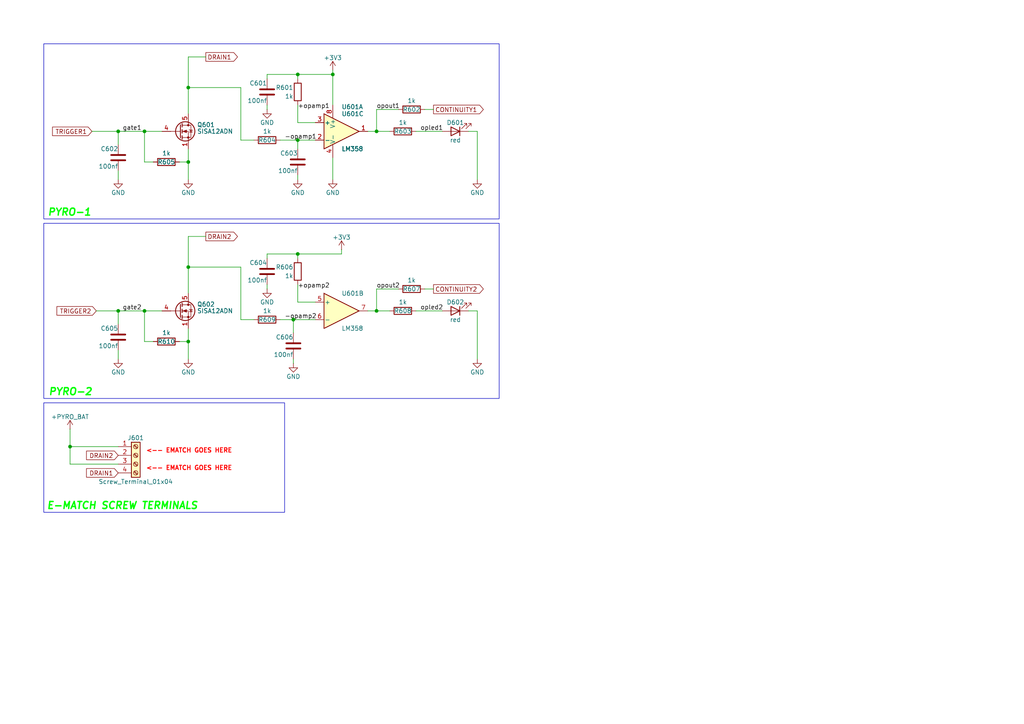
<source format=kicad_sch>
(kicad_sch (version 20250114) (generator "eeschema") (generator_version "9.0")
  (paper "A4")
  (title_block (title "VECTRON-V1") (date "2025-06-13") (rev "1.0.0") (company "Drawn by :- Arudhran"))
  (lib_symbols
    (symbol "Amplifier_Operational:LM358" (pin_names (offset 0.127))
      (property "Reference" "U" (at 0 5.08 0))
      (property "Value" "LM358" (at 0 -5.08 0))
      (symbol "LM358_1_1"
        (polyline (pts (xy -5.08 5.08) (xy 5.08 0) (xy -5.08 -5.08) (xy -5.08 5.08)) (stroke (width 0.254)) (fill (type background)))
        (pin input line (at -7.62 2.54 0) (length 2.54) (name "+") (number "3"))
        (pin input line (at -7.62 -2.54 0) (length 2.54) (name "-") (number "2"))
        (pin output line (at 7.62 0 180) (length 2.54) (name "~") (number "1"))
      )
      (symbol "LM358_2_1"
        (polyline (pts (xy -5.08 5.08) (xy 5.08 0) (xy -5.08 -5.08) (xy -5.08 5.08)) (stroke (width 0.254)) (fill (type background)))
        (pin input line (at -7.62 2.54 0) (length 2.54) (name "+") (number "5"))
        (pin input line (at -7.62 -2.54 0) (length 2.54) (name "-") (number "6"))
        (pin output line (at 7.62 0 180) (length 2.54) (name "~") (number "7"))
      )
      (symbol "LM358_3_1"
        (pin power_in line (at -2.54 7.62 270) (length 3.81) (name "V+") (number "8"))
        (pin power_in line (at -2.54 -7.62 90) (length 3.81) (name "V-") (number "4"))
      )
    )
    (symbol "Connector:Screw_Terminal_01x04" (pin_names (offset 1.016) (hide yes))
      (property "Reference" "J" (at 0 5.08 0))
      (property "Value" "Screw_Terminal_01x04" (at 0 -7.62 0))
      (symbol "Screw_Terminal_01x04_1_1"
        (rectangle (start -1.27 3.81) (end 1.27 -6.35) (stroke (width 0.254)) (fill (type background)))
        (polyline (pts (xy -0.5334 2.8702) (xy 0.3302 2.032)) (stroke (width 0.1524)))
        (polyline (pts (xy -0.5334 0.3302) (xy 0.3302 -0.508)) (stroke (width 0.1524)))
        (polyline (pts (xy -0.5334 -2.2098) (xy 0.3302 -3.048)) (stroke (width 0.1524)))
        (polyline (pts (xy -0.5334 -4.7498) (xy 0.3302 -5.588)) (stroke (width 0.1524)))
        (polyline (pts (xy -0.3556 3.048) (xy 0.508 2.2098)) (stroke (width 0.1524)))
        (polyline (pts (xy -0.3556 0.508) (xy 0.508 -0.3302)) (stroke (width 0.1524)))
        (polyline (pts (xy -0.3556 -2.032) (xy 0.508 -2.8702)) (stroke (width 0.1524)))
        (polyline (pts (xy -0.3556 -4.572) (xy 0.508 -5.4102)) (stroke (width 0.1524)))
        (circle (center 0 2.54) (radius 0.635) (stroke (width 0.1524)))
        (circle (center 0 0) (radius 0.635) (stroke (width 0.1524)))
        (circle (center 0 -2.54) (radius 0.635) (stroke (width 0.1524)))
        (circle (center 0 -5.08) (radius 0.635) (stroke (width 0.1524)))
        (pin passive line (at -5.08 2.54 0) (length 3.81) (name "Pin_1") (number "1"))
        (pin passive line (at -5.08 0 0) (length 3.81) (name "Pin_2") (number "2"))
        (pin passive line (at -5.08 -2.54 0) (length 3.81) (name "Pin_3") (number "3"))
        (pin passive line (at -5.08 -5.08 0) (length 3.81) (name "Pin_4") (number "4"))
      )
    )
    (symbol "Device:C" (pin_numbers (hide yes)) (pin_names (offset 0.254))
      (property "Reference" "C" (at 0.635 2.54 0))
      (property "Value" "C" (at 0.635 -2.54 0))
      (symbol "C_0_1"
        (polyline (pts (xy -2.032 0.762) (xy 2.032 0.762)) (stroke (width 0.508)))
        (polyline (pts (xy -2.032 -0.762) (xy 2.032 -0.762)) (stroke (width 0.508)))
      )
      (symbol "C_1_1"
        (pin passive line (at 0 3.81 270) (length 2.794) (name "~") (number "1"))
        (pin passive line (at 0 -3.81 90) (length 2.794) (name "~") (number "2"))
      )
    )
    (symbol "Device:LED" (pin_numbers (hide yes)) (pin_names (offset 1.016) (hide yes))
      (property "Reference" "D" (at 0 2.54 0))
      (property "Value" "LED" (at 0 -2.54 0))
      (symbol "LED_0_1"
        (polyline (pts (xy -3.048 -0.762) (xy -4.572 -2.286) (xy -3.81 -2.286) (xy -4.572 -2.286) (xy -4.572 -1.524)))
        (polyline (pts (xy -1.778 -0.762) (xy -3.302 -2.286) (xy -2.54 -2.286) (xy -3.302 -2.286) (xy -3.302 -1.524)))
        (polyline (pts (xy -1.27 0) (xy 1.27 0)))
        (polyline (pts (xy -1.27 -1.27) (xy -1.27 1.27)) (stroke (width 0.254)))
        (polyline (pts (xy 1.27 -1.27) (xy 1.27 1.27) (xy -1.27 0) (xy 1.27 -1.27)) (stroke (width 0.254)))
      )
      (symbol "LED_1_1"
        (pin passive line (at -3.81 0 0) (length 2.54) (name "K") (number "1"))
        (pin passive line (at 3.81 0 180) (length 2.54) (name "A") (number "2"))
      )
    )
    (symbol "Device:R" (pin_numbers (hide yes)) (pin_names (offset 0))
      (property "Reference" "R" (at 2.032 0 90))
      (property "Value" "R" (at 0 0 90))
      (symbol "R_0_1"
        (rectangle (start -1.016 -2.54) (end 1.016 2.54) (stroke (width 0.254)))
      )
      (symbol "R_1_1"
        (pin passive line (at 0 3.81 270) (length 1.27) (name "~") (number "1"))
        (pin passive line (at 0 -3.81 90) (length 1.27) (name "~") (number "2"))
      )
    )
    (symbol "Transistor_FET:SiS454DN" (pin_names (hide yes))
      (property "Reference" "Q" (at 5.08 1.905 0))
      (property "Value" "SiS454DN" (at 5.08 0 0))
      (symbol "SiS454DN_0_1"
        (polyline (pts (xy 0.254 1.905) (xy 0.254 -1.905)) (stroke (width 0.254)))
        (polyline (pts (xy 0.254 0) (xy -2.54 0)))
        (polyline (pts (xy 0.762 2.286) (xy 0.762 1.27)) (stroke (width 0.254)))
        (polyline (pts (xy 0.762 0.508) (xy 0.762 -0.508)) (stroke (width 0.254)))
        (polyline (pts (xy 0.762 -1.27) (xy 0.762 -2.286)) (stroke (width 0.254)))
        (polyline (pts (xy 0.762 -1.778) (xy 3.302 -1.778) (xy 3.302 1.778) (xy 0.762 1.778)))
        (polyline (pts (xy 1.016 0) (xy 2.032 0.381) (xy 2.032 -0.381) (xy 1.016 0)) (fill (type outline)))
        (circle (center 1.651 0) (radius 2.794) (stroke (width 0.254)))
        (polyline (pts (xy 2.54 2.54) (xy 2.54 1.778)))
        (circle (center 2.54 1.778) (radius 0.254) (fill (type outline)))
        (circle (center 2.54 -1.778) (radius 0.254) (fill (type outline)))
        (polyline (pts (xy 2.54 -2.54) (xy 2.54 0) (xy 0.762 0)))
        (polyline (pts (xy 2.794 0.508) (xy 2.921 0.381) (xy 3.683 0.381) (xy 3.81 0.254)))
        (polyline (pts (xy 3.302 0.381) (xy 2.921 -0.254) (xy 3.683 -0.254) (xy 3.302 0.381)))
      )
      (symbol "SiS454DN_1_1"
        (pin input line (at -5.08 0 0) (length 2.54) (name "G") (number "4"))
        (pin passive line (at 2.54 5.08 270) (length 2.54) (name "D") (number "5"))
        (pin passive line (at 2.54 -5.08 90) (length 2.54) (name "S") (number "1"))
        (pin passive line (at 2.54 -5.08 90) (length 2.54) (hide yes) (name "S") (number "2"))
        (pin passive line (at 2.54 -5.08 90) (length 2.54) (hide yes) (name "S") (number "3"))
      )
    )
    (symbol "power:+3V3" (power) (pin_numbers (hide yes)) (pin_names (offset 0) (hide yes))
      (property "Value" "+3V3" (at 0 3.556 0))
      (symbol "+3V3_0_1"
        (polyline (pts (xy -0.762 1.27) (xy 0 2.54)))
        (polyline (pts (xy 0 2.54) (xy 0.762 1.27)))
        (polyline (pts (xy 0 0) (xy 0 2.54)))
      )
      (symbol "+3V3_1_1"
        (pin power_in line (at 0 0 90) (length 0) (name "~") (number "1"))
      )
    )
    (symbol "power:GND" (power) (pin_numbers (hide yes)) (pin_names (offset 0) (hide yes))
      (property "Value" "GND" (at 0 -3.81 0))
      (symbol "GND_0_1"
        (polyline (pts (xy 0 0) (xy 0 -1.27) (xy 1.27 -1.27) (xy 0 -2.54) (xy -1.27 -1.27) (xy 0 -1.27)))
      )
      (symbol "GND_1_1"
        (pin power_in line (at 0 0 270) (length 0) (name "~") (number "1"))
      )
    )
    (symbol "power:VCC" (power) (pin_numbers (hide yes)) (pin_names (offset 0) (hide yes))
      (property "Value" "VCC" (at 0 3.556 0))
      (symbol "VCC_0_1"
        (polyline (pts (xy -0.762 1.27) (xy 0 2.54)))
        (polyline (pts (xy 0 2.54) (xy 0.762 1.27)))
        (polyline (pts (xy 0 0) (xy 0 2.54)))
      )
      (symbol "VCC_1_1"
        (pin power_in line (at 0 0 90) (length 0) (name "~") (number "1"))
      )
    )
  )
  (rectangle (start 12.7 64.77) (end 144.78 115.57))
  (rectangle (start 12.7 12.7) (end 144.78 63.5))
  (rectangle (start 12.7 116.84) (end 82.55 148.59))
  (text "PYRO-1" (at 13.716 61.722 0) (effects (font (size 2.032 2.032) (bold yes) (italic yes)) (justify left)))
  (text "PYRO-2" (at 13.97 113.792 0) (effects (font (size 2.032 2.032) (bold yes) (italic yes)) (justify left)))
  (text "<-- EMATCH GOES HERE\n" (at 54.864 130.81 0) (effects (font (size 1.27 1.27) (thickness 0.254) (bold yes))))
  (text "E-MATCH SCREW TERMINALS" (at 13.462 146.812 0) (effects (font (size 2.032 2.032) (bold yes) (italic yes)) (justify left)))
  (text "<-- EMATCH GOES HERE\n" (at 54.864 135.89 0) (effects (font (size 1.27 1.27) (thickness 0.254) (bold yes))))
  (junction (at 86.36 40.64))
  (junction (at 20.32 129.54))
  (junction (at 54.61 77.47))
  (junction (at 109.22 90.17))
  (junction (at 96.52 21.59))
  (junction (at 86.36 21.59))
  (junction (at 109.22 38.1))
  (junction (at 34.29 38.1))
  (junction (at 34.29 90.17))
  (junction (at 54.61 46.99))
  (junction (at 86.36 73.66))
  (junction (at 41.91 90.17))
  (junction (at 85.09 92.71))
  (junction (at 54.61 99.06))
  (junction (at 54.61 25.4))
  (junction (at 41.91 38.1))
  (wire (pts (xy 34.29 38.1) (xy 41.91 38.1)))
  (wire (pts (xy 135.89 38.1) (xy 138.43 38.1)))
  (wire (pts (xy 34.29 38.1) (xy 34.29 41.91)))
  (wire (pts (xy 91.44 87.63) (xy 86.36 87.63)))
  (wire (pts (xy 20.32 129.54) (xy 20.32 124.46)))
  (wire (pts (xy 138.43 90.17) (xy 138.43 104.14)))
  (wire (pts (xy 26.67 38.1) (xy 34.29 38.1)))
  (wire (pts (xy 109.22 90.17) (xy 113.03 90.17)))
  (wire (pts (xy 34.29 90.17) (xy 41.91 90.17)))
  (wire (pts (xy 109.22 38.1) (xy 113.03 38.1)))
  (wire (pts (xy 81.28 40.64) (xy 86.36 40.64)))
  (wire (pts (xy 86.36 35.56) (xy 91.44 35.56)))
  (wire (pts (xy 54.61 99.06) (xy 54.61 104.14)))
  (wire (pts (xy 85.09 92.71) (xy 85.09 96.52)))
  (wire (pts (xy 106.68 38.1) (xy 109.22 38.1)))
  (wire (pts (xy 123.19 83.82) (xy 125.73 83.82)))
  (wire (pts (xy 34.29 101.6) (xy 34.29 104.14)))
  (wire (pts (xy 96.52 21.59) (xy 96.52 30.48)))
  (wire (pts (xy 44.45 46.99) (xy 41.91 46.99)))
  (wire (pts (xy 69.85 40.64) (xy 69.85 25.4)))
  (wire (pts (xy 120.65 90.17) (xy 128.27 90.17)))
  (wire (pts (xy 52.07 99.06) (xy 54.61 99.06)))
  (wire (pts (xy 41.91 46.99) (xy 41.91 38.1)))
  (wire (pts (xy 96.52 52.07) (xy 96.52 45.72)))
  (wire (pts (xy 69.85 92.71) (xy 69.85 77.47)))
  (wire (pts (xy 54.61 68.58) (xy 59.69 68.58)))
  (wire (pts (xy 52.07 46.99) (xy 54.61 46.99)))
  (wire (pts (xy 41.91 38.1) (xy 46.99 38.1)))
  (wire (pts (xy 109.22 38.1) (xy 109.22 31.75)))
  (wire (pts (xy 77.47 21.59) (xy 77.47 22.86)))
  (wire (pts (xy 69.85 92.71) (xy 73.66 92.71)))
  (wire (pts (xy 86.36 82.55) (xy 86.36 87.63)))
  (wire (pts (xy 77.47 73.66) (xy 86.36 73.66)))
  (wire (pts (xy 20.32 129.54) (xy 20.32 134.62)))
  (wire (pts (xy 54.61 16.51) (xy 54.61 25.4)))
  (wire (pts (xy 86.36 30.48) (xy 86.36 35.56)))
  (wire (pts (xy 41.91 99.06) (xy 41.91 90.17)))
  (wire (pts (xy 41.91 90.17) (xy 46.99 90.17)))
  (wire (pts (xy 77.47 82.55) (xy 77.47 83.82)))
  (wire (pts (xy 138.43 38.1) (xy 138.43 52.07)))
  (wire (pts (xy 54.61 77.47) (xy 54.61 85.09)))
  (wire (pts (xy 86.36 73.66) (xy 99.06 73.66)))
  (wire (pts (xy 54.61 95.25) (xy 54.61 99.06)))
  (wire (pts (xy 54.61 46.99) (xy 54.61 52.07)))
  (wire (pts (xy 123.19 31.75) (xy 125.73 31.75)))
  (wire (pts (xy 109.22 90.17) (xy 109.22 83.82)))
  (wire (pts (xy 77.47 30.48) (xy 77.47 31.75)))
  (wire (pts (xy 86.36 40.64) (xy 86.36 43.18)))
  (wire (pts (xy 20.32 134.62) (xy 34.29 134.62)))
  (wire (pts (xy 44.45 99.06) (xy 41.91 99.06)))
  (wire (pts (xy 86.36 73.66) (xy 86.36 74.93)))
  (wire (pts (xy 54.61 43.18) (xy 54.61 46.99)))
  (wire (pts (xy 86.36 21.59) (xy 86.36 22.86)))
  (wire (pts (xy 85.09 104.14) (xy 85.09 105.41)))
  (wire (pts (xy 86.36 40.64) (xy 91.44 40.64)))
  (wire (pts (xy 34.29 90.17) (xy 34.29 93.98)))
  (wire (pts (xy 86.36 52.07) (xy 86.36 50.8)))
  (wire (pts (xy 20.32 129.54) (xy 34.29 129.54)))
  (wire (pts (xy 106.68 90.17) (xy 109.22 90.17)))
  (wire (pts (xy 96.52 20.32) (xy 96.52 21.59)))
  (wire (pts (xy 54.61 68.58) (xy 54.61 77.47)))
  (wire (pts (xy 69.85 77.47) (xy 54.61 77.47)))
  (wire (pts (xy 69.85 25.4) (xy 54.61 25.4)))
  (wire (pts (xy 54.61 25.4) (xy 54.61 33.02)))
  (wire (pts (xy 77.47 73.66) (xy 77.47 74.93)))
  (wire (pts (xy 120.65 38.1) (xy 128.27 38.1)))
  (wire (pts (xy 77.47 21.59) (xy 86.36 21.59)))
  (wire (pts (xy 109.22 83.82) (xy 115.57 83.82)))
  (wire (pts (xy 85.09 92.71) (xy 91.44 92.71)))
  (wire (pts (xy 109.22 31.75) (xy 115.57 31.75)))
  (wire (pts (xy 34.29 49.53) (xy 34.29 52.07)))
  (wire (pts (xy 135.89 90.17) (xy 138.43 90.17)))
  (wire (pts (xy 69.85 40.64) (xy 73.66 40.64)))
  (wire (pts (xy 99.06 72.39) (xy 99.06 73.66)))
  (wire (pts (xy 54.61 16.51) (xy 59.69 16.51)))
  (wire (pts (xy 86.36 21.59) (xy 96.52 21.59)))
  (wire (pts (xy 27.94 90.17) (xy 34.29 90.17)))
  (wire (pts (xy 81.28 92.71) (xy 85.09 92.71)))
  (label "-opamp1" (at 82.55 40.64 0))
  (label "opout2" (at 109.22 83.82 0))
  (label "opled1" (at 121.92 38.1 0))
  (label "+opamp1" (at 86.36 31.75 0))
  (label "-opamp2" (at 82.55 92.71 0))
  (label "gate2" (at 35.56 90.17 0))
  (label "+opamp2" (at 86.36 83.82 0))
  (label "opled2" (at 121.92 90.17 0))
  (label "gate1" (at 35.56 38.1 0))
  (label "opout1" (at 109.22 31.75 0))
  (global_label "CONTINUITY2" (shape output) (at 125.73 83.82 0) (property "Intersheetrefs" "${INTERSHEET_REFS}" (effects (hide yes))))
  (global_label "DRAIN2" (shape output) (at 59.69 68.58 0) (property "Intersheetrefs" "${INTERSHEET_REFS}" (effects (hide yes))))
  (global_label "TRIGGER2" (shape input) (at 27.94 90.17 180) (property "Intersheetrefs" "${INTERSHEET_REFS}" (effects (hide yes))))
  (global_label "TRIGGER1" (shape input) (at 26.67 38.1 180) (property "Intersheetrefs" "${INTERSHEET_REFS}" (effects (hide yes))))
  (global_label "CONTINUITY1" (shape output) (at 125.73 31.75 0) (property "Intersheetrefs" "${INTERSHEET_REFS}" (effects (hide yes))))
  (global_label "DRAIN1" (shape output) (at 59.69 16.51 0) (property "Intersheetrefs" "${INTERSHEET_REFS}" (effects (hide yes))))
  (global_label "DRAIN2" (shape input) (at 34.29 132.08 180) (property "Intersheetrefs" "${INTERSHEET_REFS}" (effects (hide yes))))
  (global_label "DRAIN1" (shape input) (at 34.29 137.16 180) (property "Intersheetrefs" "${INTERSHEET_REFS}" (effects (hide yes))))
  (symbol (lib_id "Device:R") (at 119.38 83.82 90) (unit 1)
    (property "Reference" "R607" (at 119.38 83.82 90))
    (property "Value" "1k" (at 119.38 81.28 90))
    (property "Footprint" "Resistor_SMD:R_0603_1608Metric" (effects (hide yes)))
    (property "Description" "Resistor" (effects (hide yes)))
  )
  (symbol (lib_id "Device:C") (at 34.29 97.79 0) (unit 1)
    (property "Reference" "C605" (at 34.29 95.25 0) (effects (justify right)))
    (property "Value" "100nf" (at 34.29 100.33 0) (effects (justify right)))
    (property "Footprint" "Capacitor_SMD:C_0603_1608Metric" (effects (hide yes)))
    (property "Description" "Unpolarized capacitor" (effects (hide yes)))
  )
  (symbol (lib_id "Device:R") (at 116.84 38.1 90) (unit 1)
    (property "Reference" "R603" (at 116.84 38.1 90))
    (property "Value" "1k" (at 116.84 35.56 90))
    (property "Footprint" "Resistor_SMD:R_0603_1608Metric" (effects (hide yes)))
    (property "Description" "Resistor" (effects (hide yes)))
  )
  (symbol (lib_id "Transistor_FET:SiS454DN") (at 52.07 38.1 0) (unit 1)
    (property "Reference" "Q601" (at 57.15 36.195 0) (effects (justify left)))
    (property "Value" "SISA12ADN" (at 57.15 38.1 0) (effects (justify left)))
    (property "Footprint" "Package_SO:Vishay_PowerPAK_1212-8_Single" (effects (hide yes)))
    (property "Datasheet" "https://www.vishay.com/docs/66707/sis454dn.pdf" (effects (hide yes)))
    (property "Description" "35A Id, 20V Vds, N-Channel MOSFET, PowerPAK 1212-8 Single" (effects (hide yes)))
  )
  (symbol (lib_id "Device:R") (at 86.36 78.74 0) (unit 1)
    (property "Reference" "R606" (at 85.09 77.47 0) (effects (justify right)))
    (property "Value" "1k" (at 85.09 80.01 0) (effects (justify right)))
    (property "Footprint" "Resistor_SMD:R_0603_1608Metric" (effects (hide yes)))
    (property "Description" "Resistor" (effects (hide yes)))
  )
  (symbol (lib_id "Device:R") (at 48.26 46.99 90) (unit 1)
    (property "Reference" "R605" (at 48.26 46.99 90))
    (property "Value" "1k" (at 48.26 44.45 90))
    (property "Footprint" "Resistor_SMD:R_0603_1608Metric" (effects (hide yes)))
    (property "Description" "Resistor" (effects (hide yes)))
  )
  (symbol (lib_id "Device:LED") (at 132.08 38.1 180) (unit 1)
    (property "Reference" "D601" (at 132.08 35.56 0))
    (property "Value" "red" (at 132.08 40.64 0))
    (property "Footprint" "LED_SMD:LED_0603_1608Metric" (effects (hide yes)))
    (property "Description" "Light emitting diode" (effects (hide yes)))
    (property "Sim.Pins" "1=K 2=A" (effects (hide yes)))
  )
  (symbol (lib_id "power:+3V3") (at 96.52 20.32 0) (unit 1)
    (property "Reference" "#PWR0601" (effects (hide yes)))
    (property "Value" "+3V3" (at 96.52 16.764 0))
    (property "Description" "Power symbol creates a global label with name \"+3V3\"" (effects (hide yes)))
  )
  (symbol (lib_id "power:GND") (at 34.29 104.14 0) (unit 1)
    (property "Reference" "#PWR0610" (effects (hide yes)))
    (property "Value" "GND" (at 34.29 107.95 0))
    (property "Description" "Power symbol creates a global label with name \"GND\" , ground" (effects (hide yes)))
  )
  (symbol (lib_id "power:GND") (at 54.61 52.07 0) (unit 1)
    (property "Reference" "#PWR0604" (effects (hide yes)))
    (property "Value" "GND" (at 54.61 55.88 0))
    (property "Description" "Power symbol creates a global label with name \"GND\" , ground" (effects (hide yes)))
  )
  (symbol (lib_id "Device:R") (at 119.38 31.75 90) (unit 1)
    (property "Reference" "R602" (at 119.38 31.75 90))
    (property "Value" "1k" (at 119.38 29.21 90))
    (property "Footprint" "Resistor_SMD:R_0603_1608Metric" (effects (hide yes)))
    (property "Description" "Resistor" (effects (hide yes)))
  )
  (symbol (lib_id "power:GND") (at 138.43 52.07 0) (unit 1)
    (property "Reference" "#PWR0607" (effects (hide yes)))
    (property "Value" "GND" (at 138.43 55.88 0))
    (property "Description" "Power symbol creates a global label with name \"GND\" , ground" (effects (hide yes)))
  )
  (symbol (lib_id "Amplifier_Operational:LM358") (at 99.06 90.17 0) (unit 2)
    (property "Reference" "U601" (at 99.06 85.09 0) (effects (justify left)))
    (property "Value" "LM358" (at 99.06 95.25 0) (effects (justify left)))
    (property "Footprint" "Package_SO:SOIC-8_3.9x4.9mm_P1.27mm" (effects (hide yes)))
    (property "Datasheet" "http://www.ti.com/lit/ds/symlink/lm2904-n.pdf" (effects (hide yes)))
    (property "Description" "Low-Power, Dual Operational Amplifiers, DIP-8/SOIC-8/TO-99-8" (effects (hide yes)))
  )
  (symbol (lib_id "Device:C") (at 86.36 46.99 0) (unit 1)
    (property "Reference" "C603" (at 86.36 44.45 0) (effects (justify right)))
    (property "Value" "100nf" (at 86.36 49.53 0) (effects (justify right)))
    (property "Footprint" "Capacitor_SMD:C_0603_1608Metric" (effects (hide yes)))
    (property "Description" "Unpolarized capacitor" (effects (hide yes)))
  )
  (symbol (lib_id "power:GND") (at 138.43 104.14 0) (unit 1)
    (property "Reference" "#PWR0612" (effects (hide yes)))
    (property "Value" "GND" (at 138.43 107.95 0))
    (property "Description" "Power symbol creates a global label with name \"GND\" , ground" (effects (hide yes)))
  )
  (symbol (lib_id "Device:R") (at 77.47 40.64 90) (unit 1)
    (property "Reference" "R604" (at 77.47 40.64 90))
    (property "Value" "1k" (at 77.47 38.1 90))
    (property "Footprint" "Resistor_SMD:R_0603_1608Metric" (effects (hide yes)))
    (property "Description" "Resistor" (effects (hide yes)))
  )
  (symbol (lib_id "Device:R") (at 77.47 92.71 90) (unit 1)
    (property "Reference" "R609" (at 77.47 92.71 90))
    (property "Value" "1k" (at 77.47 90.17 90))
    (property "Footprint" "Resistor_SMD:R_0603_1608Metric" (effects (hide yes)))
    (property "Description" "Resistor" (effects (hide yes)))
  )
  (symbol (lib_id "Device:R") (at 116.84 90.17 90) (unit 1)
    (property "Reference" "R608" (at 116.84 90.17 90))
    (property "Value" "1k" (at 116.84 87.63 90))
    (property "Footprint" "Resistor_SMD:R_0603_1608Metric" (effects (hide yes)))
    (property "Description" "Resistor" (effects (hide yes)))
  )
  (symbol (lib_id "power:GND") (at 85.09 105.41 0) (unit 1)
    (property "Reference" "#PWR0613" (effects (hide yes)))
    (property "Value" "GND" (at 85.09 109.22 0))
    (property "Description" "Power symbol creates a global label with name \"GND\" , ground" (effects (hide yes)))
  )
  (symbol (lib_id "Connector:Screw_Terminal_01x04") (at 39.37 132.08 0) (unit 1)
    (property "Reference" "J601" (at 39.37 127 0))
    (property "Value" "Screw_Terminal_01x04" (at 39.37 139.7 0))
    (property "Footprint" "TerminalBlock:TerminalBlock_Xinya_XY308-2.54-4P_1x04_P2.54mm_Horizontal" (effects (hide yes)))
    (property "Description" "Generic screw terminal, single row, 01x04, script generated (kicad-library-utils/schlib/autogen/connector/)" (effects (hide yes)))
  )
  (symbol (lib_id "power:GND") (at 96.52 52.07 0) (unit 1)
    (property "Reference" "#PWR0606" (effects (hide yes)))
    (property "Value" "GND" (at 96.52 55.88 0))
    (property "Description" "Power symbol creates a global label with name \"GND\" , ground" (effects (hide yes)))
  )
  (symbol (lib_id "Device:C") (at 34.29 45.72 0) (unit 1)
    (property "Reference" "C602" (at 34.29 43.18 0) (effects (justify right)))
    (property "Value" "100nf" (at 34.29 48.26 0) (effects (justify right)))
    (property "Footprint" "Capacitor_SMD:C_0603_1608Metric" (effects (hide yes)))
    (property "Description" "Unpolarized capacitor" (effects (hide yes)))
  )
  (symbol (lib_id "power:GND") (at 54.61 104.14 0) (unit 1)
    (property "Reference" "#PWR0611" (effects (hide yes)))
    (property "Value" "GND" (at 54.61 107.95 0))
    (property "Description" "Power symbol creates a global label with name \"GND\" , ground" (effects (hide yes)))
  )
  (symbol (lib_id "Device:R") (at 48.26 99.06 90) (unit 1)
    (property "Reference" "R610" (at 48.26 99.06 90))
    (property "Value" "1k" (at 48.26 96.52 90))
    (property "Footprint" "Resistor_SMD:R_0603_1608Metric" (effects (hide yes)))
    (property "Description" "Resistor" (effects (hide yes)))
  )
  (symbol (lib_id "Transistor_FET:SiS454DN") (at 52.07 90.17 0) (unit 1)
    (property "Reference" "Q602" (at 57.15 88.265 0) (effects (justify left)))
    (property "Value" "SISA12ADN" (at 57.15 90.17 0) (effects (justify left)))
    (property "Footprint" "Package_SO:Vishay_PowerPAK_1212-8_Single" (effects (hide yes)))
    (property "Datasheet" "https://www.vishay.com/docs/66707/sis454dn.pdf" (effects (hide yes)))
    (property "Description" "35A Id, 20V Vds, N-Channel MOSFET, PowerPAK 1212-8 Single" (effects (hide yes)))
  )
  (symbol (lib_id "power:+3V3") (at 99.06 72.39 0) (unit 1)
    (property "Reference" "#PWR0608" (effects (hide yes)))
    (property "Value" "+3V3" (at 99.06 68.834 0))
    (property "Description" "Power symbol creates a global label with name \"+3V3\"" (effects (hide yes)))
  )
  (symbol (lib_id "power:GND") (at 86.36 52.07 0) (unit 1)
    (property "Reference" "#PWR0605" (effects (hide yes)))
    (property "Value" "GND" (at 86.36 55.88 0))
    (property "Description" "Power symbol creates a global label with name \"GND\" , ground" (effects (hide yes)))
  )
  (symbol (lib_id "power:GND") (at 77.47 31.75 0) (unit 1)
    (property "Reference" "#PWR0602" (effects (hide yes)))
    (property "Value" "GND" (at 77.47 35.56 0))
    (property "Description" "Power symbol creates a global label with name \"GND\" , ground" (effects (hide yes)))
  )
  (symbol (lib_id "Device:R") (at 86.36 26.67 0) (unit 1)
    (property "Reference" "R601" (at 85.09 25.4 0) (effects (justify right)))
    (property "Value" "1k" (at 85.09 27.94 0) (effects (justify right)))
    (property "Footprint" "Resistor_SMD:R_0603_1608Metric" (effects (hide yes)))
    (property "Description" "Resistor" (effects (hide yes)))
  )
  (symbol (lib_id "Device:LED") (at 132.08 90.17 180) (unit 1)
    (property "Reference" "D602" (at 132.08 87.63 0))
    (property "Value" "red" (at 132.08 92.71 0))
    (property "Footprint" "LED_SMD:LED_0603_1608Metric" (effects (hide yes)))
    (property "Description" "Light emitting diode" (effects (hide yes)))
    (property "Sim.Pins" "1=K 2=A" (effects (hide yes)))
  )
  (symbol (lib_id "Amplifier_Operational:LM358") (at 99.06 38.1 0) (unit 1)
    (property "Reference" "U601" (at 99.06 30.988 0) (effects (justify left)))
    (property "Value" "LM358" (at 99.06 43.18 0) (effects (justify left)))
    (property "Footprint" "Package_SO:SOIC-8_3.9x4.9mm_P1.27mm" (effects (hide yes)))
    (property "Datasheet" "http://www.ti.com/lit/ds/symlink/lm2904-n.pdf" (effects (hide yes)))
    (property "Description" "Low-Power, Dual Operational Amplifiers, DIP-8/SOIC-8/TO-99-8" (effects (hide yes)))
  )
  (symbol (lib_id "power:GND") (at 77.47 83.82 0) (unit 1)
    (property "Reference" "#PWR0609" (effects (hide yes)))
    (property "Value" "GND" (at 77.47 87.63 0))
    (property "Description" "Power symbol creates a global label with name \"GND\" , ground" (effects (hide yes)))
  )
  (symbol (lib_id "Device:C") (at 77.47 26.67 0) (unit 1)
    (property "Reference" "C601" (at 77.47 24.13 0) (effects (justify right)))
    (property "Value" "100nf" (at 77.47 29.21 0) (effects (justify right)))
    (property "Footprint" "Capacitor_SMD:C_0603_1608Metric" (effects (hide yes)))
    (property "Description" "Unpolarized capacitor" (effects (hide yes)))
  )
  (symbol (lib_id "Device:C") (at 85.09 100.33 0) (unit 1)
    (property "Reference" "C606" (at 85.09 97.79 0) (effects (justify right)))
    (property "Value" "100nf" (at 85.09 102.87 0) (effects (justify right)))
    (property "Footprint" "Capacitor_SMD:C_0603_1608Metric" (effects (hide yes)))
    (property "Description" "Unpolarized capacitor" (effects (hide yes)))
  )
  (symbol (lib_id "power:GND") (at 34.29 52.07 0) (unit 1)
    (property "Reference" "#PWR0603" (effects (hide yes)))
    (property "Value" "GND" (at 34.29 55.88 0))
    (property "Description" "Power symbol creates a global label with name \"GND\" , ground" (effects (hide yes)))
  )
  (symbol (lib_id "Amplifier_Operational:LM358") (at 99.06 38.1 0) (unit 3)
    (property "Reference" "U601" (at 99.06 33.02 0) (effects (justify left)))
    (property "Value" "LM358" (at 99.06 43.18 0) (effects (justify left)))
    (property "Footprint" "Package_SO:SOIC-8_3.9x4.9mm_P1.27mm" (effects (hide yes)))
    (property "Datasheet" "http://www.ti.com/lit/ds/symlink/lm2904-n.pdf" (effects (hide yes)))
    (property "Description" "Low-Power, Dual Operational Amplifiers, DIP-8/SOIC-8/TO-99-8" (effects (hide yes)))
  )
  (symbol (lib_id "Device:C") (at 77.47 78.74 0) (unit 1)
    (property "Reference" "C604" (at 77.47 76.2 0) (effects (justify right)))
    (property "Value" "100nf" (at 77.47 81.28 0) (effects (justify right)))
    (property "Footprint" "Capacitor_SMD:C_0603_1608Metric" (effects (hide yes)))
    (property "Description" "Unpolarized capacitor" (effects (hide yes)))
  )
  (symbol (lib_id "power:VCC") (at 20.32 124.46 0) (unit 1)
    (property "Reference" "#PWR0614" (effects (hide yes)))
    (property "Value" "+PYRO_BAT" (at 20.32 120.904 0))
    (property "Description" "Power symbol creates a global label with name \"VCC\"" (effects (hide yes)))
  )
)
</source>
